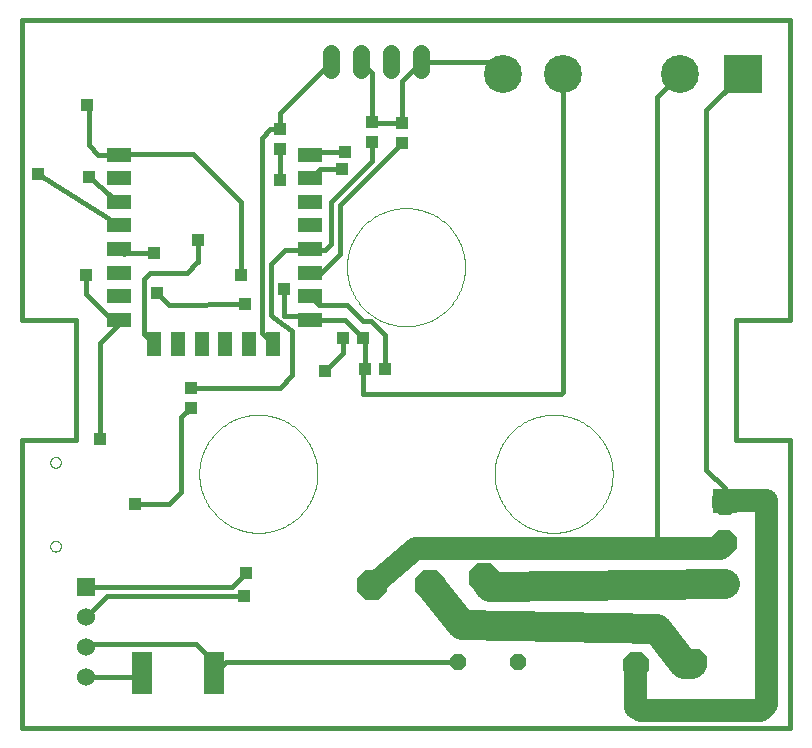
<source format=gtl>
G75*
%MOIN*%
%OFA0B0*%
%FSLAX25Y25*%
%IPPOS*%
%LPD*%
%AMOC8*
5,1,8,0,0,1.08239X$1,22.5*
%
%ADD10C,0.00000*%
%ADD11C,0.01600*%
%ADD12R,0.04331X0.03937*%
%ADD13R,0.07000X0.14000*%
%ADD14R,0.12661X0.12661*%
%ADD15C,0.12661*%
%ADD16R,0.08000X0.08000*%
%ADD17C,0.08000*%
%ADD18R,0.07874X0.04724*%
%ADD19R,0.04724X0.07874*%
%ADD20R,0.03937X0.04331*%
%ADD21R,0.06000X0.06000*%
%ADD22C,0.06000*%
%ADD23OC8,0.10050*%
%ADD24OC8,0.05600*%
%ADD25C,0.05600*%
%ADD26OC8,0.08500*%
%ADD27R,0.03962X0.03962*%
%ADD28R,0.04000X0.04000*%
%ADD29C,0.01200*%
%ADD30C,0.07600*%
%ADD31C,0.09843*%
D10*
X0008740Y0109200D02*
X0264769Y0109200D01*
X0166344Y0193846D02*
X0166350Y0194329D01*
X0166368Y0194812D01*
X0166397Y0195294D01*
X0166439Y0195775D01*
X0166492Y0196256D01*
X0166557Y0196734D01*
X0166634Y0197211D01*
X0166722Y0197686D01*
X0166822Y0198159D01*
X0166934Y0198629D01*
X0167057Y0199096D01*
X0167192Y0199560D01*
X0167338Y0200021D01*
X0167495Y0200478D01*
X0167663Y0200931D01*
X0167842Y0201379D01*
X0168033Y0201823D01*
X0168234Y0202262D01*
X0168446Y0202697D01*
X0168668Y0203125D01*
X0168901Y0203549D01*
X0169145Y0203966D01*
X0169398Y0204377D01*
X0169662Y0204782D01*
X0169935Y0205181D01*
X0170218Y0205572D01*
X0170510Y0205957D01*
X0170812Y0206334D01*
X0171123Y0206704D01*
X0171443Y0207066D01*
X0171772Y0207420D01*
X0172110Y0207765D01*
X0172455Y0208103D01*
X0172809Y0208432D01*
X0173171Y0208752D01*
X0173541Y0209063D01*
X0173918Y0209365D01*
X0174303Y0209657D01*
X0174694Y0209940D01*
X0175093Y0210213D01*
X0175498Y0210477D01*
X0175909Y0210730D01*
X0176326Y0210974D01*
X0176750Y0211207D01*
X0177178Y0211429D01*
X0177613Y0211641D01*
X0178052Y0211842D01*
X0178496Y0212033D01*
X0178944Y0212212D01*
X0179397Y0212380D01*
X0179854Y0212537D01*
X0180315Y0212683D01*
X0180779Y0212818D01*
X0181246Y0212941D01*
X0181716Y0213053D01*
X0182189Y0213153D01*
X0182664Y0213241D01*
X0183141Y0213318D01*
X0183619Y0213383D01*
X0184100Y0213436D01*
X0184581Y0213478D01*
X0185063Y0213507D01*
X0185546Y0213525D01*
X0186029Y0213531D01*
X0186512Y0213525D01*
X0186995Y0213507D01*
X0187477Y0213478D01*
X0187958Y0213436D01*
X0188439Y0213383D01*
X0188917Y0213318D01*
X0189394Y0213241D01*
X0189869Y0213153D01*
X0190342Y0213053D01*
X0190812Y0212941D01*
X0191279Y0212818D01*
X0191743Y0212683D01*
X0192204Y0212537D01*
X0192661Y0212380D01*
X0193114Y0212212D01*
X0193562Y0212033D01*
X0194006Y0211842D01*
X0194445Y0211641D01*
X0194880Y0211429D01*
X0195308Y0211207D01*
X0195732Y0210974D01*
X0196149Y0210730D01*
X0196560Y0210477D01*
X0196965Y0210213D01*
X0197364Y0209940D01*
X0197755Y0209657D01*
X0198140Y0209365D01*
X0198517Y0209063D01*
X0198887Y0208752D01*
X0199249Y0208432D01*
X0199603Y0208103D01*
X0199948Y0207765D01*
X0200286Y0207420D01*
X0200615Y0207066D01*
X0200935Y0206704D01*
X0201246Y0206334D01*
X0201548Y0205957D01*
X0201840Y0205572D01*
X0202123Y0205181D01*
X0202396Y0204782D01*
X0202660Y0204377D01*
X0202913Y0203966D01*
X0203157Y0203549D01*
X0203390Y0203125D01*
X0203612Y0202697D01*
X0203824Y0202262D01*
X0204025Y0201823D01*
X0204216Y0201379D01*
X0204395Y0200931D01*
X0204563Y0200478D01*
X0204720Y0200021D01*
X0204866Y0199560D01*
X0205001Y0199096D01*
X0205124Y0198629D01*
X0205236Y0198159D01*
X0205336Y0197686D01*
X0205424Y0197211D01*
X0205501Y0196734D01*
X0205566Y0196256D01*
X0205619Y0195775D01*
X0205661Y0195294D01*
X0205690Y0194812D01*
X0205708Y0194329D01*
X0205714Y0193846D01*
X0205708Y0193363D01*
X0205690Y0192880D01*
X0205661Y0192398D01*
X0205619Y0191917D01*
X0205566Y0191436D01*
X0205501Y0190958D01*
X0205424Y0190481D01*
X0205336Y0190006D01*
X0205236Y0189533D01*
X0205124Y0189063D01*
X0205001Y0188596D01*
X0204866Y0188132D01*
X0204720Y0187671D01*
X0204563Y0187214D01*
X0204395Y0186761D01*
X0204216Y0186313D01*
X0204025Y0185869D01*
X0203824Y0185430D01*
X0203612Y0184995D01*
X0203390Y0184567D01*
X0203157Y0184143D01*
X0202913Y0183726D01*
X0202660Y0183315D01*
X0202396Y0182910D01*
X0202123Y0182511D01*
X0201840Y0182120D01*
X0201548Y0181735D01*
X0201246Y0181358D01*
X0200935Y0180988D01*
X0200615Y0180626D01*
X0200286Y0180272D01*
X0199948Y0179927D01*
X0199603Y0179589D01*
X0199249Y0179260D01*
X0198887Y0178940D01*
X0198517Y0178629D01*
X0198140Y0178327D01*
X0197755Y0178035D01*
X0197364Y0177752D01*
X0196965Y0177479D01*
X0196560Y0177215D01*
X0196149Y0176962D01*
X0195732Y0176718D01*
X0195308Y0176485D01*
X0194880Y0176263D01*
X0194445Y0176051D01*
X0194006Y0175850D01*
X0193562Y0175659D01*
X0193114Y0175480D01*
X0192661Y0175312D01*
X0192204Y0175155D01*
X0191743Y0175009D01*
X0191279Y0174874D01*
X0190812Y0174751D01*
X0190342Y0174639D01*
X0189869Y0174539D01*
X0189394Y0174451D01*
X0188917Y0174374D01*
X0188439Y0174309D01*
X0187958Y0174256D01*
X0187477Y0174214D01*
X0186995Y0174185D01*
X0186512Y0174167D01*
X0186029Y0174161D01*
X0185546Y0174167D01*
X0185063Y0174185D01*
X0184581Y0174214D01*
X0184100Y0174256D01*
X0183619Y0174309D01*
X0183141Y0174374D01*
X0182664Y0174451D01*
X0182189Y0174539D01*
X0181716Y0174639D01*
X0181246Y0174751D01*
X0180779Y0174874D01*
X0180315Y0175009D01*
X0179854Y0175155D01*
X0179397Y0175312D01*
X0178944Y0175480D01*
X0178496Y0175659D01*
X0178052Y0175850D01*
X0177613Y0176051D01*
X0177178Y0176263D01*
X0176750Y0176485D01*
X0176326Y0176718D01*
X0175909Y0176962D01*
X0175498Y0177215D01*
X0175093Y0177479D01*
X0174694Y0177752D01*
X0174303Y0178035D01*
X0173918Y0178327D01*
X0173541Y0178629D01*
X0173171Y0178940D01*
X0172809Y0179260D01*
X0172455Y0179589D01*
X0172110Y0179927D01*
X0171772Y0180272D01*
X0171443Y0180626D01*
X0171123Y0180988D01*
X0170812Y0181358D01*
X0170510Y0181735D01*
X0170218Y0182120D01*
X0169935Y0182511D01*
X0169662Y0182910D01*
X0169398Y0183315D01*
X0169145Y0183726D01*
X0168901Y0184143D01*
X0168668Y0184567D01*
X0168446Y0184995D01*
X0168234Y0185430D01*
X0168033Y0185869D01*
X0167842Y0186313D01*
X0167663Y0186761D01*
X0167495Y0187214D01*
X0167338Y0187671D01*
X0167192Y0188132D01*
X0167057Y0188596D01*
X0166934Y0189063D01*
X0166822Y0189533D01*
X0166722Y0190006D01*
X0166634Y0190481D01*
X0166557Y0190958D01*
X0166492Y0191436D01*
X0166439Y0191917D01*
X0166397Y0192398D01*
X0166368Y0192880D01*
X0166350Y0193363D01*
X0166344Y0193846D01*
X0117131Y0262743D02*
X0117137Y0263226D01*
X0117155Y0263709D01*
X0117184Y0264191D01*
X0117226Y0264672D01*
X0117279Y0265153D01*
X0117344Y0265631D01*
X0117421Y0266108D01*
X0117509Y0266583D01*
X0117609Y0267056D01*
X0117721Y0267526D01*
X0117844Y0267993D01*
X0117979Y0268457D01*
X0118125Y0268918D01*
X0118282Y0269375D01*
X0118450Y0269828D01*
X0118629Y0270276D01*
X0118820Y0270720D01*
X0119021Y0271159D01*
X0119233Y0271594D01*
X0119455Y0272022D01*
X0119688Y0272446D01*
X0119932Y0272863D01*
X0120185Y0273274D01*
X0120449Y0273679D01*
X0120722Y0274078D01*
X0121005Y0274469D01*
X0121297Y0274854D01*
X0121599Y0275231D01*
X0121910Y0275601D01*
X0122230Y0275963D01*
X0122559Y0276317D01*
X0122897Y0276662D01*
X0123242Y0277000D01*
X0123596Y0277329D01*
X0123958Y0277649D01*
X0124328Y0277960D01*
X0124705Y0278262D01*
X0125090Y0278554D01*
X0125481Y0278837D01*
X0125880Y0279110D01*
X0126285Y0279374D01*
X0126696Y0279627D01*
X0127113Y0279871D01*
X0127537Y0280104D01*
X0127965Y0280326D01*
X0128400Y0280538D01*
X0128839Y0280739D01*
X0129283Y0280930D01*
X0129731Y0281109D01*
X0130184Y0281277D01*
X0130641Y0281434D01*
X0131102Y0281580D01*
X0131566Y0281715D01*
X0132033Y0281838D01*
X0132503Y0281950D01*
X0132976Y0282050D01*
X0133451Y0282138D01*
X0133928Y0282215D01*
X0134406Y0282280D01*
X0134887Y0282333D01*
X0135368Y0282375D01*
X0135850Y0282404D01*
X0136333Y0282422D01*
X0136816Y0282428D01*
X0137299Y0282422D01*
X0137782Y0282404D01*
X0138264Y0282375D01*
X0138745Y0282333D01*
X0139226Y0282280D01*
X0139704Y0282215D01*
X0140181Y0282138D01*
X0140656Y0282050D01*
X0141129Y0281950D01*
X0141599Y0281838D01*
X0142066Y0281715D01*
X0142530Y0281580D01*
X0142991Y0281434D01*
X0143448Y0281277D01*
X0143901Y0281109D01*
X0144349Y0280930D01*
X0144793Y0280739D01*
X0145232Y0280538D01*
X0145667Y0280326D01*
X0146095Y0280104D01*
X0146519Y0279871D01*
X0146936Y0279627D01*
X0147347Y0279374D01*
X0147752Y0279110D01*
X0148151Y0278837D01*
X0148542Y0278554D01*
X0148927Y0278262D01*
X0149304Y0277960D01*
X0149674Y0277649D01*
X0150036Y0277329D01*
X0150390Y0277000D01*
X0150735Y0276662D01*
X0151073Y0276317D01*
X0151402Y0275963D01*
X0151722Y0275601D01*
X0152033Y0275231D01*
X0152335Y0274854D01*
X0152627Y0274469D01*
X0152910Y0274078D01*
X0153183Y0273679D01*
X0153447Y0273274D01*
X0153700Y0272863D01*
X0153944Y0272446D01*
X0154177Y0272022D01*
X0154399Y0271594D01*
X0154611Y0271159D01*
X0154812Y0270720D01*
X0155003Y0270276D01*
X0155182Y0269828D01*
X0155350Y0269375D01*
X0155507Y0268918D01*
X0155653Y0268457D01*
X0155788Y0267993D01*
X0155911Y0267526D01*
X0156023Y0267056D01*
X0156123Y0266583D01*
X0156211Y0266108D01*
X0156288Y0265631D01*
X0156353Y0265153D01*
X0156406Y0264672D01*
X0156448Y0264191D01*
X0156477Y0263709D01*
X0156495Y0263226D01*
X0156501Y0262743D01*
X0156495Y0262260D01*
X0156477Y0261777D01*
X0156448Y0261295D01*
X0156406Y0260814D01*
X0156353Y0260333D01*
X0156288Y0259855D01*
X0156211Y0259378D01*
X0156123Y0258903D01*
X0156023Y0258430D01*
X0155911Y0257960D01*
X0155788Y0257493D01*
X0155653Y0257029D01*
X0155507Y0256568D01*
X0155350Y0256111D01*
X0155182Y0255658D01*
X0155003Y0255210D01*
X0154812Y0254766D01*
X0154611Y0254327D01*
X0154399Y0253892D01*
X0154177Y0253464D01*
X0153944Y0253040D01*
X0153700Y0252623D01*
X0153447Y0252212D01*
X0153183Y0251807D01*
X0152910Y0251408D01*
X0152627Y0251017D01*
X0152335Y0250632D01*
X0152033Y0250255D01*
X0151722Y0249885D01*
X0151402Y0249523D01*
X0151073Y0249169D01*
X0150735Y0248824D01*
X0150390Y0248486D01*
X0150036Y0248157D01*
X0149674Y0247837D01*
X0149304Y0247526D01*
X0148927Y0247224D01*
X0148542Y0246932D01*
X0148151Y0246649D01*
X0147752Y0246376D01*
X0147347Y0246112D01*
X0146936Y0245859D01*
X0146519Y0245615D01*
X0146095Y0245382D01*
X0145667Y0245160D01*
X0145232Y0244948D01*
X0144793Y0244747D01*
X0144349Y0244556D01*
X0143901Y0244377D01*
X0143448Y0244209D01*
X0142991Y0244052D01*
X0142530Y0243906D01*
X0142066Y0243771D01*
X0141599Y0243648D01*
X0141129Y0243536D01*
X0140656Y0243436D01*
X0140181Y0243348D01*
X0139704Y0243271D01*
X0139226Y0243206D01*
X0138745Y0243153D01*
X0138264Y0243111D01*
X0137782Y0243082D01*
X0137299Y0243064D01*
X0136816Y0243058D01*
X0136333Y0243064D01*
X0135850Y0243082D01*
X0135368Y0243111D01*
X0134887Y0243153D01*
X0134406Y0243206D01*
X0133928Y0243271D01*
X0133451Y0243348D01*
X0132976Y0243436D01*
X0132503Y0243536D01*
X0132033Y0243648D01*
X0131566Y0243771D01*
X0131102Y0243906D01*
X0130641Y0244052D01*
X0130184Y0244209D01*
X0129731Y0244377D01*
X0129283Y0244556D01*
X0128839Y0244747D01*
X0128400Y0244948D01*
X0127965Y0245160D01*
X0127537Y0245382D01*
X0127113Y0245615D01*
X0126696Y0245859D01*
X0126285Y0246112D01*
X0125880Y0246376D01*
X0125481Y0246649D01*
X0125090Y0246932D01*
X0124705Y0247224D01*
X0124328Y0247526D01*
X0123958Y0247837D01*
X0123596Y0248157D01*
X0123242Y0248486D01*
X0122897Y0248824D01*
X0122559Y0249169D01*
X0122230Y0249523D01*
X0121910Y0249885D01*
X0121599Y0250255D01*
X0121297Y0250632D01*
X0121005Y0251017D01*
X0120722Y0251408D01*
X0120449Y0251807D01*
X0120185Y0252212D01*
X0119932Y0252623D01*
X0119688Y0253040D01*
X0119455Y0253464D01*
X0119233Y0253892D01*
X0119021Y0254327D01*
X0118820Y0254766D01*
X0118629Y0255210D01*
X0118450Y0255658D01*
X0118282Y0256111D01*
X0118125Y0256568D01*
X0117979Y0257029D01*
X0117844Y0257493D01*
X0117721Y0257960D01*
X0117609Y0258430D01*
X0117509Y0258903D01*
X0117421Y0259378D01*
X0117344Y0259855D01*
X0117279Y0260333D01*
X0117226Y0260814D01*
X0117184Y0261295D01*
X0117155Y0261777D01*
X0117137Y0262260D01*
X0117131Y0262743D01*
X0067919Y0193846D02*
X0067925Y0194329D01*
X0067943Y0194812D01*
X0067972Y0195294D01*
X0068014Y0195775D01*
X0068067Y0196256D01*
X0068132Y0196734D01*
X0068209Y0197211D01*
X0068297Y0197686D01*
X0068397Y0198159D01*
X0068509Y0198629D01*
X0068632Y0199096D01*
X0068767Y0199560D01*
X0068913Y0200021D01*
X0069070Y0200478D01*
X0069238Y0200931D01*
X0069417Y0201379D01*
X0069608Y0201823D01*
X0069809Y0202262D01*
X0070021Y0202697D01*
X0070243Y0203125D01*
X0070476Y0203549D01*
X0070720Y0203966D01*
X0070973Y0204377D01*
X0071237Y0204782D01*
X0071510Y0205181D01*
X0071793Y0205572D01*
X0072085Y0205957D01*
X0072387Y0206334D01*
X0072698Y0206704D01*
X0073018Y0207066D01*
X0073347Y0207420D01*
X0073685Y0207765D01*
X0074030Y0208103D01*
X0074384Y0208432D01*
X0074746Y0208752D01*
X0075116Y0209063D01*
X0075493Y0209365D01*
X0075878Y0209657D01*
X0076269Y0209940D01*
X0076668Y0210213D01*
X0077073Y0210477D01*
X0077484Y0210730D01*
X0077901Y0210974D01*
X0078325Y0211207D01*
X0078753Y0211429D01*
X0079188Y0211641D01*
X0079627Y0211842D01*
X0080071Y0212033D01*
X0080519Y0212212D01*
X0080972Y0212380D01*
X0081429Y0212537D01*
X0081890Y0212683D01*
X0082354Y0212818D01*
X0082821Y0212941D01*
X0083291Y0213053D01*
X0083764Y0213153D01*
X0084239Y0213241D01*
X0084716Y0213318D01*
X0085194Y0213383D01*
X0085675Y0213436D01*
X0086156Y0213478D01*
X0086638Y0213507D01*
X0087121Y0213525D01*
X0087604Y0213531D01*
X0088087Y0213525D01*
X0088570Y0213507D01*
X0089052Y0213478D01*
X0089533Y0213436D01*
X0090014Y0213383D01*
X0090492Y0213318D01*
X0090969Y0213241D01*
X0091444Y0213153D01*
X0091917Y0213053D01*
X0092387Y0212941D01*
X0092854Y0212818D01*
X0093318Y0212683D01*
X0093779Y0212537D01*
X0094236Y0212380D01*
X0094689Y0212212D01*
X0095137Y0212033D01*
X0095581Y0211842D01*
X0096020Y0211641D01*
X0096455Y0211429D01*
X0096883Y0211207D01*
X0097307Y0210974D01*
X0097724Y0210730D01*
X0098135Y0210477D01*
X0098540Y0210213D01*
X0098939Y0209940D01*
X0099330Y0209657D01*
X0099715Y0209365D01*
X0100092Y0209063D01*
X0100462Y0208752D01*
X0100824Y0208432D01*
X0101178Y0208103D01*
X0101523Y0207765D01*
X0101861Y0207420D01*
X0102190Y0207066D01*
X0102510Y0206704D01*
X0102821Y0206334D01*
X0103123Y0205957D01*
X0103415Y0205572D01*
X0103698Y0205181D01*
X0103971Y0204782D01*
X0104235Y0204377D01*
X0104488Y0203966D01*
X0104732Y0203549D01*
X0104965Y0203125D01*
X0105187Y0202697D01*
X0105399Y0202262D01*
X0105600Y0201823D01*
X0105791Y0201379D01*
X0105970Y0200931D01*
X0106138Y0200478D01*
X0106295Y0200021D01*
X0106441Y0199560D01*
X0106576Y0199096D01*
X0106699Y0198629D01*
X0106811Y0198159D01*
X0106911Y0197686D01*
X0106999Y0197211D01*
X0107076Y0196734D01*
X0107141Y0196256D01*
X0107194Y0195775D01*
X0107236Y0195294D01*
X0107265Y0194812D01*
X0107283Y0194329D01*
X0107289Y0193846D01*
X0107283Y0193363D01*
X0107265Y0192880D01*
X0107236Y0192398D01*
X0107194Y0191917D01*
X0107141Y0191436D01*
X0107076Y0190958D01*
X0106999Y0190481D01*
X0106911Y0190006D01*
X0106811Y0189533D01*
X0106699Y0189063D01*
X0106576Y0188596D01*
X0106441Y0188132D01*
X0106295Y0187671D01*
X0106138Y0187214D01*
X0105970Y0186761D01*
X0105791Y0186313D01*
X0105600Y0185869D01*
X0105399Y0185430D01*
X0105187Y0184995D01*
X0104965Y0184567D01*
X0104732Y0184143D01*
X0104488Y0183726D01*
X0104235Y0183315D01*
X0103971Y0182910D01*
X0103698Y0182511D01*
X0103415Y0182120D01*
X0103123Y0181735D01*
X0102821Y0181358D01*
X0102510Y0180988D01*
X0102190Y0180626D01*
X0101861Y0180272D01*
X0101523Y0179927D01*
X0101178Y0179589D01*
X0100824Y0179260D01*
X0100462Y0178940D01*
X0100092Y0178629D01*
X0099715Y0178327D01*
X0099330Y0178035D01*
X0098939Y0177752D01*
X0098540Y0177479D01*
X0098135Y0177215D01*
X0097724Y0176962D01*
X0097307Y0176718D01*
X0096883Y0176485D01*
X0096455Y0176263D01*
X0096020Y0176051D01*
X0095581Y0175850D01*
X0095137Y0175659D01*
X0094689Y0175480D01*
X0094236Y0175312D01*
X0093779Y0175155D01*
X0093318Y0175009D01*
X0092854Y0174874D01*
X0092387Y0174751D01*
X0091917Y0174639D01*
X0091444Y0174539D01*
X0090969Y0174451D01*
X0090492Y0174374D01*
X0090014Y0174309D01*
X0089533Y0174256D01*
X0089052Y0174214D01*
X0088570Y0174185D01*
X0088087Y0174167D01*
X0087604Y0174161D01*
X0087121Y0174167D01*
X0086638Y0174185D01*
X0086156Y0174214D01*
X0085675Y0174256D01*
X0085194Y0174309D01*
X0084716Y0174374D01*
X0084239Y0174451D01*
X0083764Y0174539D01*
X0083291Y0174639D01*
X0082821Y0174751D01*
X0082354Y0174874D01*
X0081890Y0175009D01*
X0081429Y0175155D01*
X0080972Y0175312D01*
X0080519Y0175480D01*
X0080071Y0175659D01*
X0079627Y0175850D01*
X0079188Y0176051D01*
X0078753Y0176263D01*
X0078325Y0176485D01*
X0077901Y0176718D01*
X0077484Y0176962D01*
X0077073Y0177215D01*
X0076668Y0177479D01*
X0076269Y0177752D01*
X0075878Y0178035D01*
X0075493Y0178327D01*
X0075116Y0178629D01*
X0074746Y0178940D01*
X0074384Y0179260D01*
X0074030Y0179589D01*
X0073685Y0179927D01*
X0073347Y0180272D01*
X0073018Y0180626D01*
X0072698Y0180988D01*
X0072387Y0181358D01*
X0072085Y0181735D01*
X0071793Y0182120D01*
X0071510Y0182511D01*
X0071237Y0182910D01*
X0070973Y0183315D01*
X0070720Y0183726D01*
X0070476Y0184143D01*
X0070243Y0184567D01*
X0070021Y0184995D01*
X0069809Y0185430D01*
X0069608Y0185869D01*
X0069417Y0186313D01*
X0069238Y0186761D01*
X0069070Y0187214D01*
X0068913Y0187671D01*
X0068767Y0188132D01*
X0068632Y0188596D01*
X0068509Y0189063D01*
X0068397Y0189533D01*
X0068297Y0190006D01*
X0068209Y0190481D01*
X0068132Y0190958D01*
X0068067Y0191436D01*
X0068014Y0191917D01*
X0067972Y0192398D01*
X0067943Y0192880D01*
X0067925Y0193363D01*
X0067919Y0193846D01*
X0018242Y0197674D02*
X0018244Y0197758D01*
X0018250Y0197841D01*
X0018260Y0197924D01*
X0018274Y0198007D01*
X0018291Y0198089D01*
X0018313Y0198170D01*
X0018338Y0198249D01*
X0018367Y0198328D01*
X0018400Y0198405D01*
X0018436Y0198480D01*
X0018476Y0198554D01*
X0018519Y0198626D01*
X0018566Y0198695D01*
X0018616Y0198762D01*
X0018669Y0198827D01*
X0018725Y0198889D01*
X0018783Y0198949D01*
X0018845Y0199006D01*
X0018909Y0199059D01*
X0018976Y0199110D01*
X0019045Y0199157D01*
X0019116Y0199202D01*
X0019189Y0199242D01*
X0019264Y0199279D01*
X0019341Y0199313D01*
X0019419Y0199343D01*
X0019498Y0199369D01*
X0019579Y0199392D01*
X0019661Y0199410D01*
X0019743Y0199425D01*
X0019826Y0199436D01*
X0019909Y0199443D01*
X0019993Y0199446D01*
X0020077Y0199445D01*
X0020160Y0199440D01*
X0020244Y0199431D01*
X0020326Y0199418D01*
X0020408Y0199402D01*
X0020489Y0199381D01*
X0020570Y0199357D01*
X0020648Y0199329D01*
X0020726Y0199297D01*
X0020802Y0199261D01*
X0020876Y0199222D01*
X0020948Y0199180D01*
X0021018Y0199134D01*
X0021086Y0199085D01*
X0021151Y0199033D01*
X0021214Y0198978D01*
X0021274Y0198920D01*
X0021332Y0198859D01*
X0021386Y0198795D01*
X0021438Y0198729D01*
X0021486Y0198661D01*
X0021531Y0198590D01*
X0021572Y0198517D01*
X0021611Y0198443D01*
X0021645Y0198367D01*
X0021676Y0198289D01*
X0021703Y0198210D01*
X0021727Y0198129D01*
X0021746Y0198048D01*
X0021762Y0197966D01*
X0021774Y0197883D01*
X0021782Y0197799D01*
X0021786Y0197716D01*
X0021786Y0197632D01*
X0021782Y0197549D01*
X0021774Y0197465D01*
X0021762Y0197382D01*
X0021746Y0197300D01*
X0021727Y0197219D01*
X0021703Y0197138D01*
X0021676Y0197059D01*
X0021645Y0196981D01*
X0021611Y0196905D01*
X0021572Y0196831D01*
X0021531Y0196758D01*
X0021486Y0196687D01*
X0021438Y0196619D01*
X0021386Y0196553D01*
X0021332Y0196489D01*
X0021274Y0196428D01*
X0021214Y0196370D01*
X0021151Y0196315D01*
X0021086Y0196263D01*
X0021018Y0196214D01*
X0020948Y0196168D01*
X0020876Y0196126D01*
X0020802Y0196087D01*
X0020726Y0196051D01*
X0020648Y0196019D01*
X0020570Y0195991D01*
X0020489Y0195967D01*
X0020408Y0195946D01*
X0020326Y0195930D01*
X0020244Y0195917D01*
X0020160Y0195908D01*
X0020077Y0195903D01*
X0019993Y0195902D01*
X0019909Y0195905D01*
X0019826Y0195912D01*
X0019743Y0195923D01*
X0019661Y0195938D01*
X0019579Y0195956D01*
X0019498Y0195979D01*
X0019419Y0196005D01*
X0019341Y0196035D01*
X0019264Y0196069D01*
X0019189Y0196106D01*
X0019116Y0196146D01*
X0019045Y0196191D01*
X0018976Y0196238D01*
X0018909Y0196289D01*
X0018845Y0196342D01*
X0018783Y0196399D01*
X0018725Y0196459D01*
X0018669Y0196521D01*
X0018616Y0196586D01*
X0018566Y0196653D01*
X0018519Y0196722D01*
X0018476Y0196794D01*
X0018436Y0196868D01*
X0018400Y0196943D01*
X0018367Y0197020D01*
X0018338Y0197099D01*
X0018313Y0197178D01*
X0018291Y0197259D01*
X0018274Y0197341D01*
X0018260Y0197424D01*
X0018250Y0197507D01*
X0018244Y0197590D01*
X0018242Y0197674D01*
X0018242Y0169721D02*
X0018244Y0169805D01*
X0018250Y0169888D01*
X0018260Y0169971D01*
X0018274Y0170054D01*
X0018291Y0170136D01*
X0018313Y0170217D01*
X0018338Y0170296D01*
X0018367Y0170375D01*
X0018400Y0170452D01*
X0018436Y0170527D01*
X0018476Y0170601D01*
X0018519Y0170673D01*
X0018566Y0170742D01*
X0018616Y0170809D01*
X0018669Y0170874D01*
X0018725Y0170936D01*
X0018783Y0170996D01*
X0018845Y0171053D01*
X0018909Y0171106D01*
X0018976Y0171157D01*
X0019045Y0171204D01*
X0019116Y0171249D01*
X0019189Y0171289D01*
X0019264Y0171326D01*
X0019341Y0171360D01*
X0019419Y0171390D01*
X0019498Y0171416D01*
X0019579Y0171439D01*
X0019661Y0171457D01*
X0019743Y0171472D01*
X0019826Y0171483D01*
X0019909Y0171490D01*
X0019993Y0171493D01*
X0020077Y0171492D01*
X0020160Y0171487D01*
X0020244Y0171478D01*
X0020326Y0171465D01*
X0020408Y0171449D01*
X0020489Y0171428D01*
X0020570Y0171404D01*
X0020648Y0171376D01*
X0020726Y0171344D01*
X0020802Y0171308D01*
X0020876Y0171269D01*
X0020948Y0171227D01*
X0021018Y0171181D01*
X0021086Y0171132D01*
X0021151Y0171080D01*
X0021214Y0171025D01*
X0021274Y0170967D01*
X0021332Y0170906D01*
X0021386Y0170842D01*
X0021438Y0170776D01*
X0021486Y0170708D01*
X0021531Y0170637D01*
X0021572Y0170564D01*
X0021611Y0170490D01*
X0021645Y0170414D01*
X0021676Y0170336D01*
X0021703Y0170257D01*
X0021727Y0170176D01*
X0021746Y0170095D01*
X0021762Y0170013D01*
X0021774Y0169930D01*
X0021782Y0169846D01*
X0021786Y0169763D01*
X0021786Y0169679D01*
X0021782Y0169596D01*
X0021774Y0169512D01*
X0021762Y0169429D01*
X0021746Y0169347D01*
X0021727Y0169266D01*
X0021703Y0169185D01*
X0021676Y0169106D01*
X0021645Y0169028D01*
X0021611Y0168952D01*
X0021572Y0168878D01*
X0021531Y0168805D01*
X0021486Y0168734D01*
X0021438Y0168666D01*
X0021386Y0168600D01*
X0021332Y0168536D01*
X0021274Y0168475D01*
X0021214Y0168417D01*
X0021151Y0168362D01*
X0021086Y0168310D01*
X0021018Y0168261D01*
X0020948Y0168215D01*
X0020876Y0168173D01*
X0020802Y0168134D01*
X0020726Y0168098D01*
X0020648Y0168066D01*
X0020570Y0168038D01*
X0020489Y0168014D01*
X0020408Y0167993D01*
X0020326Y0167977D01*
X0020244Y0167964D01*
X0020160Y0167955D01*
X0020077Y0167950D01*
X0019993Y0167949D01*
X0019909Y0167952D01*
X0019826Y0167959D01*
X0019743Y0167970D01*
X0019661Y0167985D01*
X0019579Y0168003D01*
X0019498Y0168026D01*
X0019419Y0168052D01*
X0019341Y0168082D01*
X0019264Y0168116D01*
X0019189Y0168153D01*
X0019116Y0168193D01*
X0019045Y0168238D01*
X0018976Y0168285D01*
X0018909Y0168336D01*
X0018845Y0168389D01*
X0018783Y0168446D01*
X0018725Y0168506D01*
X0018669Y0168568D01*
X0018616Y0168633D01*
X0018566Y0168700D01*
X0018519Y0168769D01*
X0018476Y0168841D01*
X0018436Y0168915D01*
X0018400Y0168990D01*
X0018367Y0169067D01*
X0018338Y0169146D01*
X0018313Y0169225D01*
X0018291Y0169306D01*
X0018274Y0169388D01*
X0018260Y0169471D01*
X0018250Y0169554D01*
X0018244Y0169637D01*
X0018242Y0169721D01*
X0008863Y0345200D02*
X0008863Y0345420D01*
X0264769Y0345420D01*
D11*
X0264863Y0109200D02*
X0008740Y0109200D01*
X0008863Y0205200D01*
X0026863Y0205200D01*
X0026863Y0245200D01*
X0008863Y0245200D01*
X0008863Y0345200D01*
X0264863Y0345200D01*
X0264863Y0245200D01*
X0246863Y0245200D01*
X0246863Y0205200D01*
X0264863Y0205200D01*
X0264863Y0109200D01*
X0220398Y0169122D02*
X0222150Y0170874D01*
X0243105Y0170874D01*
X0243105Y0184654D02*
X0243105Y0188958D01*
X0236863Y0195200D01*
X0236863Y0315005D01*
X0249081Y0327223D01*
X0228081Y0327223D02*
X0220398Y0319540D01*
X0220398Y0169122D01*
X0214863Y0115976D02*
X0213312Y0115976D01*
X0212121Y0115976D01*
X0214863Y0115976D02*
X0214863Y0115200D01*
X0154119Y0131226D02*
X0076856Y0131226D01*
X0072928Y0127298D01*
X0072928Y0131135D01*
X0066863Y0137200D01*
X0031263Y0137200D01*
X0030161Y0136099D01*
X0030161Y0146099D02*
X0037263Y0153200D01*
X0082863Y0153200D01*
X0078936Y0156099D02*
X0083637Y0160801D01*
X0078936Y0156099D02*
X0030161Y0156099D01*
X0030161Y0126099D02*
X0047729Y0126099D01*
X0048928Y0127298D01*
X0046626Y0183749D02*
X0057756Y0183749D01*
X0061930Y0187923D01*
X0061930Y0212749D01*
X0065009Y0215827D01*
X0065009Y0222520D02*
X0094727Y0222520D01*
X0098896Y0226689D01*
X0098896Y0241569D01*
X0092575Y0246118D01*
X0091933Y0246760D01*
X0091933Y0263928D01*
X0096480Y0268475D01*
X0103707Y0268475D01*
X0104179Y0268003D01*
X0104937Y0268761D01*
X0105126Y0268572D01*
X0109953Y0268572D01*
X0111988Y0270607D01*
X0111988Y0284567D01*
X0125594Y0298173D01*
X0125594Y0304361D01*
X0125743Y0310904D02*
X0135599Y0310904D01*
X0135599Y0324936D01*
X0141863Y0331200D01*
X0166863Y0331200D01*
X0169081Y0328983D01*
X0169081Y0327223D01*
X0189081Y0327223D02*
X0189081Y0221047D01*
X0188330Y0220297D01*
X0122524Y0220297D01*
X0122524Y0227048D01*
X0121858Y0227714D01*
X0123005Y0228862D01*
X0123005Y0238696D01*
X0122462Y0239239D01*
X0116561Y0245139D01*
X0104937Y0245139D01*
X0102501Y0246565D01*
X0096088Y0246565D01*
X0096088Y0255500D01*
X0104937Y0253013D02*
X0107958Y0249992D01*
X0117001Y0249992D01*
X0122341Y0244651D01*
X0125297Y0244651D01*
X0129698Y0240251D01*
X0129698Y0228862D01*
X0115769Y0234024D02*
X0115769Y0239239D01*
X0115769Y0234024D02*
X0109825Y0228080D01*
X0105876Y0244200D02*
X0104937Y0245139D01*
X0092338Y0237265D02*
X0088760Y0240844D01*
X0088760Y0305929D01*
X0091658Y0308827D01*
X0094863Y0308827D01*
X0094863Y0314200D01*
X0111863Y0331200D01*
X0121863Y0331200D02*
X0125594Y0327470D01*
X0125594Y0311054D01*
X0125743Y0310904D01*
X0135599Y0304211D02*
X0114863Y0283476D01*
X0114863Y0267200D01*
X0108551Y0260887D01*
X0104937Y0260887D01*
X0083023Y0250320D02*
X0057669Y0250205D01*
X0053790Y0254084D01*
X0049623Y0258885D02*
X0051554Y0260816D01*
X0063710Y0260816D01*
X0067185Y0264291D01*
X0067374Y0264291D01*
X0067374Y0271652D01*
X0081802Y0260087D02*
X0081802Y0284616D01*
X0065818Y0300601D01*
X0041501Y0300601D01*
X0041157Y0300257D01*
X0034272Y0300257D01*
X0031059Y0303471D01*
X0031059Y0316220D01*
X0030467Y0316811D01*
X0038499Y0300133D02*
X0041157Y0300257D01*
X0031026Y0292782D02*
X0041056Y0284270D01*
X0041157Y0284509D01*
X0039425Y0284509D01*
X0039040Y0276635D02*
X0041157Y0276635D01*
X0014265Y0293896D01*
X0041157Y0268761D02*
X0042719Y0267200D01*
X0043104Y0267585D01*
X0052688Y0267585D01*
X0049623Y0258885D02*
X0049623Y0240611D01*
X0052968Y0237265D01*
X0042495Y0245139D02*
X0034845Y0237489D01*
X0034845Y0205419D01*
X0038924Y0245139D02*
X0030300Y0253764D01*
X0030300Y0260125D01*
X0038924Y0245139D02*
X0041157Y0245139D01*
X0042495Y0245139D01*
X0094863Y0291851D02*
X0094863Y0302134D01*
X0094863Y0291851D02*
X0094900Y0291815D01*
X0104937Y0292383D02*
X0108173Y0295620D01*
X0115372Y0295524D01*
X0116645Y0301232D02*
X0104937Y0301200D01*
X0104937Y0300257D01*
D12*
X0115769Y0239239D03*
X0122462Y0239239D03*
X0123005Y0228862D03*
X0129698Y0228862D03*
D13*
X0072928Y0127298D03*
X0048928Y0127298D03*
D14*
X0249081Y0327223D03*
D15*
X0228081Y0327223D03*
X0189081Y0327223D03*
X0169081Y0327223D03*
D16*
X0243105Y0184654D03*
D17*
X0243105Y0170874D03*
X0243105Y0157095D03*
D18*
X0104937Y0245139D03*
X0104937Y0253013D03*
X0104937Y0260887D03*
X0104937Y0268761D03*
X0104937Y0276635D03*
X0104937Y0284509D03*
X0104937Y0292383D03*
X0104937Y0300257D03*
X0041157Y0300257D03*
X0041157Y0292383D03*
X0041157Y0284509D03*
X0041157Y0276635D03*
X0041157Y0268761D03*
X0041157Y0260887D03*
X0041157Y0253013D03*
X0041157Y0245139D03*
D19*
X0052968Y0237265D03*
X0060842Y0237265D03*
X0068716Y0237265D03*
X0076590Y0237265D03*
X0084464Y0237265D03*
X0092338Y0237265D03*
D20*
X0065009Y0222520D03*
X0065009Y0215827D03*
X0094863Y0302134D03*
X0094863Y0308827D03*
X0125594Y0311054D03*
X0125594Y0304361D03*
X0135599Y0304211D03*
X0135599Y0310904D03*
D21*
X0030161Y0156099D03*
D22*
X0030161Y0146099D03*
X0030161Y0136099D03*
X0030161Y0126099D03*
D23*
X0125448Y0156839D03*
X0144904Y0156906D03*
X0162851Y0159160D03*
D24*
X0154119Y0131226D03*
X0174069Y0131223D03*
X0213312Y0130689D03*
X0232295Y0130573D03*
D25*
X0141863Y0328400D02*
X0141863Y0334000D01*
X0131863Y0334000D02*
X0131863Y0328400D01*
X0121863Y0328400D02*
X0121863Y0334000D01*
X0111863Y0334000D02*
X0111863Y0328400D01*
D26*
X0125442Y0156876D03*
X0144896Y0156872D03*
X0162863Y0159200D03*
X0213410Y0130094D03*
X0232863Y0131200D03*
X0242843Y0156924D03*
X0242726Y0170903D03*
X0243115Y0184606D03*
D27*
X0116645Y0301232D03*
X0094900Y0291815D03*
X0067374Y0271652D03*
X0052688Y0267585D03*
X0030300Y0260125D03*
X0031026Y0292782D03*
X0096088Y0255500D03*
X0034845Y0205419D03*
X0082863Y0153200D03*
D28*
X0083637Y0160801D03*
X0046626Y0183749D03*
X0083023Y0250320D03*
X0081802Y0260087D03*
X0053790Y0254084D03*
X0014265Y0293896D03*
X0030467Y0316811D03*
X0109825Y0228080D03*
X0115372Y0295524D03*
D29*
X0096088Y0255500D02*
X0096088Y0249278D01*
D30*
X0139680Y0169170D02*
X0241641Y0169238D01*
X0242863Y0170460D01*
X0242726Y0170903D01*
X0243105Y0184654D02*
X0243652Y0185200D01*
X0256863Y0185200D01*
X0256863Y0117200D01*
X0254863Y0115200D01*
X0214863Y0115200D01*
X0213312Y0115976D02*
X0213312Y0130689D01*
X0139680Y0169170D02*
X0125442Y0156876D01*
D31*
X0144904Y0156906D02*
X0155382Y0143374D01*
X0220554Y0142256D01*
X0229491Y0130573D01*
X0232295Y0130573D01*
X0243105Y0157095D02*
X0164881Y0156093D01*
X0162851Y0159160D01*
M02*

</source>
